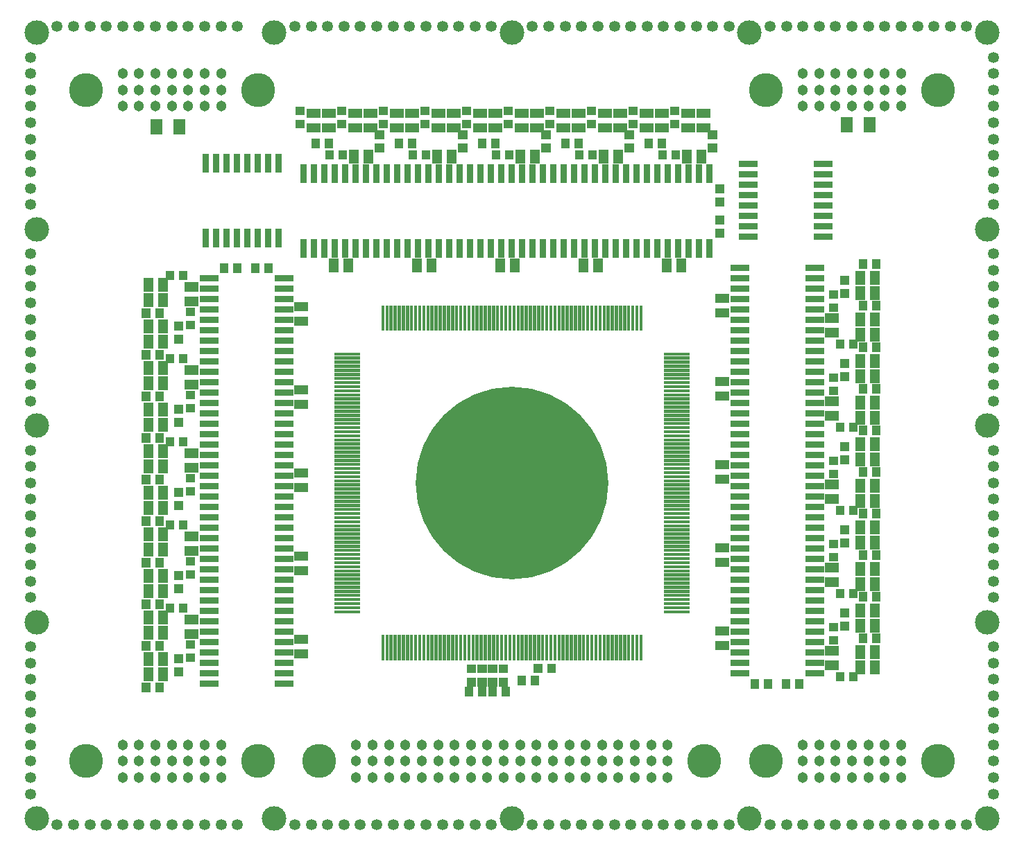
<source format=gbr>
G04 start of page 10 for group -4063 idx -4063 *
G04 Title: HETEPTANA, componentmask *
G04 Creator: pcb 1.99z *
G04 CreationDate: Mo 30 Mär 2015 16:46:13 GMT UTC *
G04 For: stephan *
G04 Format: Gerber/RS-274X *
G04 PCB-Dimensions (mil): 5511.81 4724.41 *
G04 PCB-Coordinate-Origin: lower left *
%MOIN*%
%FSLAX25Y25*%
%LNTOPMASK*%
%ADD147R,0.0560X0.0560*%
%ADD146R,0.0150X0.0150*%
%ADD145R,0.0400X0.0400*%
%ADD144R,0.0460X0.0460*%
%ADD143R,0.0410X0.0410*%
%ADD142R,0.0300X0.0300*%
%ADD141C,0.9260*%
%ADD140C,0.1181*%
%ADD139C,0.0531*%
%ADD138C,0.1635*%
%ADD137C,0.0513*%
G54D137*X263780Y66929D03*
X271654D03*
X279528D03*
X287402D03*
X295276D03*
X303150D03*
X311024D03*
X318898D03*
X326772D03*
X334646D03*
X342520D03*
X350394D03*
X255906D03*
Y74803D03*
X240157D03*
X248031D03*
X263780D03*
X271654D03*
X279528D03*
X287402D03*
X295276D03*
X303150D03*
X311024D03*
X318898D03*
X326772D03*
X334646D03*
X342520D03*
X350394D03*
X263780Y82677D03*
X271654D03*
X279528D03*
X287402D03*
X295276D03*
X303150D03*
X311024D03*
X318898D03*
X326772D03*
X334646D03*
X342520D03*
X350394D03*
G54D138*X368110Y74803D03*
X397638D03*
G54D137*X415354Y82677D03*
Y74803D03*
Y66929D03*
G54D138*X480315Y74803D03*
G54D137*X462598Y82677D03*
X454724D03*
X462598Y74803D03*
Y66929D03*
X438976Y82677D03*
X431102D03*
X423228D03*
X438976Y74803D03*
X431102D03*
X423228D03*
X446850Y82677D03*
X454724Y74803D03*
X446850D03*
X454724Y66929D03*
X446850D03*
X438976D03*
X431102D03*
X423228D03*
G54D138*X480315Y397638D03*
G54D137*X462598Y389764D03*
Y397638D03*
G54D138*X397638D03*
G54D137*X462598Y405512D03*
X454724D03*
X415354Y389764D03*
X423228D03*
X431102D03*
X415354Y397638D03*
X423228D03*
X431102D03*
X438976Y389764D03*
X446850D03*
X454724D03*
X438976Y397638D03*
X446850D03*
X454724D03*
X423228Y405512D03*
X431102D03*
X438976D03*
X446850D03*
X415354D03*
G54D139*X242126Y428150D03*
X250000D03*
X257874D03*
X265748D03*
G54D140*X275591Y425197D03*
G54D139*X285433Y428150D03*
X293307D03*
X301181D03*
X309055D03*
X316929D03*
X324803D03*
X332677D03*
X340551D03*
X348425D03*
X356299D03*
X364173D03*
X372047D03*
X379921D03*
X399606D03*
X407480D03*
X415354D03*
G54D140*X389764Y425197D03*
G54D139*X423228Y428150D03*
X431102D03*
X438976D03*
X446850D03*
X454724D03*
X462598D03*
X470472D03*
X478346D03*
X486220D03*
X494094D03*
G54D137*X224409Y66929D03*
X232283D03*
X240157D03*
X248031D03*
X200787D03*
X208661D03*
X216535D03*
X208661Y74803D03*
Y82677D03*
X216535Y74803D03*
X224409D03*
X232283D03*
G54D138*X183071D03*
G54D137*X200787D03*
Y82677D03*
X216535D03*
X224409D03*
X232283D03*
X240157D03*
X248031D03*
X255906D03*
G54D139*X187008Y44291D03*
X194882D03*
X202756D03*
X210630D03*
X218504D03*
X226378D03*
X234252D03*
X242126D03*
X250000D03*
X257874D03*
X265748D03*
X285433D03*
G54D140*X275591Y47244D03*
G54D139*X293307Y44291D03*
X301181D03*
X309055D03*
X316929D03*
X324803D03*
X332677D03*
X340551D03*
X348425D03*
X356299D03*
X364173D03*
X372047D03*
X379921D03*
X399606D03*
X407480D03*
X415354D03*
X423228D03*
X431102D03*
G54D140*X389764Y47244D03*
G54D139*X438976Y44291D03*
X446850D03*
X454724D03*
X462598D03*
X470472D03*
X478346D03*
X486220D03*
X494094D03*
G54D140*X503937Y47244D03*
G54D139*X506890Y59055D03*
Y66929D03*
Y74803D03*
Y82677D03*
Y90551D03*
Y98425D03*
Y106299D03*
Y114173D03*
Y122047D03*
Y129921D03*
Y153543D03*
Y161417D03*
Y169291D03*
Y177165D03*
Y185039D03*
Y192913D03*
G54D140*X503937Y141732D03*
G54D139*X506890Y200787D03*
Y208661D03*
Y216535D03*
Y224409D03*
Y248031D03*
Y255906D03*
Y263780D03*
Y271654D03*
G54D140*X503937Y236220D03*
Y330709D03*
G54D139*X506890Y279528D03*
Y287402D03*
Y295276D03*
Y303150D03*
Y311024D03*
Y318898D03*
Y342520D03*
Y350394D03*
Y358268D03*
Y366142D03*
Y374016D03*
Y381890D03*
Y389764D03*
Y397638D03*
Y405512D03*
Y413386D03*
G54D140*X503937Y425197D03*
G54D138*X70866Y397638D03*
G54D137*X88583Y405512D03*
Y397638D03*
Y389764D03*
X96457D03*
X112205Y405512D03*
X104331D03*
X96457D03*
X112205Y397638D03*
X104331D03*
X96457D03*
G54D139*X57087Y428150D03*
X64961D03*
X72835D03*
X80709D03*
G54D138*X153543Y397638D03*
G54D137*X135827Y405512D03*
X127953D03*
X120079D03*
X135827Y397638D03*
X127953D03*
X120079D03*
X127953Y389764D03*
X120079D03*
X112205D03*
X104331D03*
X135827D03*
G54D139*X88583Y428150D03*
X96457D03*
X104331D03*
X112205D03*
X120079D03*
X127953D03*
X135827D03*
X143701D03*
X171260D03*
X179134D03*
X187008D03*
X194882D03*
X202756D03*
X210630D03*
X218504D03*
X226378D03*
X234252D03*
G54D140*X161417Y425197D03*
G54D138*X153543Y74803D03*
G54D137*X135827Y66929D03*
Y74803D03*
Y82677D03*
X127953D03*
X112205Y66929D03*
X120079D03*
X127953D03*
X112205Y74803D03*
X120079D03*
X127953D03*
G54D138*X70866D03*
G54D137*X88583Y66929D03*
X96457D03*
X104331D03*
X88583Y74803D03*
X96457D03*
X104331D03*
X96457Y82677D03*
X104331D03*
X112205D03*
X120079D03*
X88583D03*
G54D139*X57087Y44291D03*
X64961D03*
X72835D03*
X80709D03*
X88583D03*
X96457D03*
G54D140*X47244Y47244D03*
G54D139*X104331Y44291D03*
X112205D03*
X120079D03*
X127953D03*
X135827D03*
X143701D03*
X171260D03*
X179134D03*
G54D140*X161417Y47244D03*
G54D139*X44291Y59055D03*
Y66929D03*
Y74803D03*
Y82677D03*
Y90551D03*
Y98425D03*
Y106299D03*
Y114173D03*
Y122047D03*
Y129921D03*
Y153543D03*
Y161417D03*
Y169291D03*
G54D140*X47244Y141732D03*
G54D139*X44291Y177165D03*
Y185039D03*
Y192913D03*
Y200787D03*
Y208661D03*
Y216535D03*
Y224409D03*
G54D140*X47244Y236220D03*
Y330709D03*
Y425197D03*
G54D139*X44291Y248031D03*
Y255906D03*
Y263780D03*
Y271654D03*
Y279528D03*
Y287402D03*
Y295276D03*
Y303150D03*
Y311024D03*
Y318898D03*
Y342520D03*
Y350394D03*
Y358268D03*
Y366142D03*
Y374016D03*
Y381890D03*
Y389764D03*
Y397638D03*
Y405512D03*
Y413386D03*
G54D141*X275591Y208661D03*
G54D142*X127000Y286941D02*X133000D01*
X127000Y281941D02*X133000D01*
X127000Y276941D02*X133000D01*
X127000Y306941D02*X133000D01*
X127000Y301941D02*X133000D01*
X127000Y296941D02*X133000D01*
X127000Y291941D02*X133000D01*
G54D143*X137300Y312141D02*Y311741D01*
G54D142*X127000Y241941D02*X133000D01*
X127000Y246941D02*X133000D01*
X127000Y251941D02*X133000D01*
X127000Y256941D02*X133000D01*
X127000Y271941D02*X133000D01*
X127000Y266941D02*X133000D01*
X127000Y261941D02*X133000D01*
X163000Y306941D02*X169000D01*
X163000Y291941D02*X169000D01*
X163000Y296941D02*X169000D01*
X163000Y301941D02*X169000D01*
G54D143*X158700Y312141D02*Y311741D01*
X152300Y312141D02*Y311741D01*
X143700Y312141D02*Y311741D01*
G54D142*X127000Y236941D02*X133000D01*
X127000Y231941D02*X133000D01*
X127000Y226941D02*X133000D01*
X127000Y221941D02*X133000D01*
X127000Y216941D02*X133000D01*
G54D143*X111300Y228641D02*Y228241D01*
X117700Y228641D02*Y228241D01*
G54D144*X120750Y222941D02*X122750D01*
X120750Y215941D02*X122750D01*
G54D142*X163000Y231941D02*X169000D01*
X163000Y236941D02*X169000D01*
X163000Y226941D02*X169000D01*
X163000Y211941D02*X169000D01*
X163000Y216941D02*X169000D01*
X163000Y221941D02*X169000D01*
X127000Y206941D02*X133000D01*
X127000Y201941D02*X133000D01*
X127000Y211941D02*X133000D01*
G54D145*X120800Y204491D02*X121200D01*
G54D143*X115300Y204141D02*X115700D01*
G54D145*X120800Y210891D02*X121200D01*
G54D143*X115300Y197741D02*X115700D01*
X106200Y190391D02*Y189991D01*
X111300Y188641D02*Y188241D01*
X117700Y188641D02*Y188241D01*
G54D144*X108000Y197691D02*Y195691D01*
X101000Y117691D02*Y115691D01*
X108000Y124941D02*Y122941D01*
X101000Y124941D02*Y122941D01*
X108000Y157691D02*Y155691D01*
X101000Y157691D02*Y155691D01*
X108000Y164941D02*Y162941D01*
X101000Y164941D02*Y162941D01*
G54D143*X99800Y210391D02*Y209991D01*
G54D144*X108000Y177691D02*Y175691D01*
X101000Y177691D02*Y175691D01*
X108000Y184941D02*Y182941D01*
X101000Y184941D02*Y182941D01*
G54D143*X99800Y190391D02*Y189991D01*
G54D144*X101000Y197691D02*Y195691D01*
X108000Y204941D02*Y202941D01*
X101000Y204941D02*Y202941D01*
G54D143*X99800Y230391D02*Y229991D01*
X106200Y230391D02*Y229991D01*
Y250391D02*Y249991D01*
G54D145*X120800Y244491D02*X121200D01*
G54D143*X115300Y244141D02*X115700D01*
X115300Y237741D02*X115700D01*
G54D144*X120750Y182941D02*X122750D01*
X120750Y175941D02*X122750D01*
G54D143*X99800Y250391D02*Y249991D01*
G54D145*X120800Y250891D02*X121200D01*
G54D144*X120750Y262941D02*X122750D01*
X120750Y255941D02*X122750D01*
G54D143*X111300Y268641D02*Y268241D01*
X117700Y268641D02*Y268241D01*
X99800Y270391D02*Y269991D01*
X106200Y270391D02*Y269991D01*
G54D144*X120750Y302941D02*X122750D01*
X120750Y295941D02*X122750D01*
G54D143*X111300Y308641D02*Y308241D01*
X117700Y308641D02*Y308241D01*
X115300Y284141D02*X115700D01*
X115300Y277741D02*X115700D01*
X99800Y290391D02*Y289991D01*
X106200Y290391D02*Y289991D01*
G54D145*X120800Y284491D02*X121200D01*
X120800Y290891D02*X121200D01*
G54D143*X106200Y210391D02*Y209991D01*
G54D144*X108000Y217691D02*Y215691D01*
X101000Y217691D02*Y215691D01*
X108000Y224941D02*Y222941D01*
X101000Y224941D02*Y222941D01*
X108000Y257691D02*Y255691D01*
Y237691D02*Y235691D01*
Y244941D02*Y242941D01*
X101000Y257691D02*Y255691D01*
Y237691D02*Y235691D01*
Y244941D02*Y242941D01*
X108000Y264941D02*Y262941D01*
Y277691D02*Y275691D01*
X101000Y264941D02*Y262941D01*
Y297691D02*Y295691D01*
Y304941D02*Y302941D01*
Y277691D02*Y275691D01*
Y284941D02*Y282941D01*
X108000Y297691D02*Y295691D01*
Y304941D02*Y302941D01*
Y284941D02*Y282941D01*
G54D142*X127000Y156941D02*X133000D01*
X127000Y151941D02*X133000D01*
X127000Y161941D02*X133000D01*
X127000Y166941D02*X133000D01*
X127000Y121941D02*X133000D01*
X127000Y116941D02*X133000D01*
X127000Y111941D02*X133000D01*
X127000Y146941D02*X133000D01*
X127000Y141941D02*X133000D01*
X127000Y136941D02*X133000D01*
X127000Y131941D02*X133000D01*
X127000Y126941D02*X133000D01*
X163000Y161941D02*X169000D01*
X163000Y166941D02*X169000D01*
X163000Y146941D02*X169000D01*
X163000Y131941D02*X169000D01*
X163000Y136941D02*X169000D01*
X163000Y141941D02*X169000D01*
X163000Y151941D02*X169000D01*
X163000Y156941D02*X169000D01*
X163000Y201941D02*X169000D01*
X163000Y206941D02*X169000D01*
X163000Y186941D02*X169000D01*
X163000Y171941D02*X169000D01*
X163000Y176941D02*X169000D01*
X163000Y181941D02*X169000D01*
X163000Y191941D02*X169000D01*
X163000Y196941D02*X169000D01*
G54D144*X173250Y206441D02*X175250D01*
G54D146*X190945Y197834D02*X201741D01*
X190945Y195866D02*X201741D01*
X190945Y193897D02*X201741D01*
X190945Y191929D02*X201741D01*
X190945Y189960D02*X201741D01*
X190945Y187992D02*X201741D01*
X190945Y186023D02*X201741D01*
X190945Y184055D02*X201741D01*
X190945Y182086D02*X201741D01*
X190945Y180118D02*X201741D01*
X190945Y178149D02*X201741D01*
X190945Y176181D02*X201741D01*
X190945Y174212D02*X201741D01*
X190945Y172244D02*X201741D01*
X190945Y170275D02*X201741D01*
X190945Y168307D02*X201741D01*
X190945Y166339D02*X201741D01*
X190945Y164370D02*X201741D01*
X190945Y162402D02*X201741D01*
X190945Y211614D02*X201741D01*
X190945Y209645D02*X201741D01*
X190945Y199803D02*X201741D01*
X190945Y207677D02*X201741D01*
X190945Y205708D02*X201741D01*
X190945Y203740D02*X201741D01*
X190945Y201771D02*X201741D01*
G54D142*X163000Y111941D02*X169000D01*
X163000Y116941D02*X169000D01*
X163000Y121941D02*X169000D01*
X163000Y126941D02*X169000D01*
G54D146*X213583Y134811D02*Y124016D01*
X215552Y134811D02*Y124016D01*
X217520Y134811D02*Y124016D01*
X190945Y160433D02*X201741D01*
X190945Y158465D02*X201741D01*
X190945Y156496D02*X201741D01*
X190945Y154528D02*X201741D01*
X190945Y152559D02*X201741D01*
X190945Y150591D02*X201741D01*
X190945Y148622D02*X201741D01*
X190945Y146654D02*X201741D01*
X219489Y134811D02*Y124016D01*
X221457Y134811D02*Y124016D01*
X223426Y134811D02*Y124016D01*
X225394Y134811D02*Y124016D01*
X227363Y134811D02*Y124016D01*
X229331Y134811D02*Y124016D01*
X231300Y134811D02*Y124016D01*
X233268Y134811D02*Y124016D01*
X235237Y134811D02*Y124016D01*
X237205Y134811D02*Y124016D01*
X239174Y134811D02*Y124016D01*
X241142Y134811D02*Y124016D01*
X243111Y134811D02*Y124016D01*
X245079Y134811D02*Y124016D01*
X247048Y134811D02*Y124016D01*
X249016Y134811D02*Y124016D01*
G54D142*X127000Y196941D02*X133000D01*
X127000Y191941D02*X133000D01*
X127000Y176941D02*X133000D01*
X127000Y171941D02*X133000D01*
X127000Y186941D02*X133000D01*
X127000Y181941D02*X133000D01*
G54D143*X115300Y164141D02*X115700D01*
X115300Y157741D02*X115700D01*
G54D145*X120800Y164491D02*X121200D01*
X120800Y170891D02*X121200D01*
G54D143*X106200Y150391D02*Y149991D01*
X111300Y148641D02*Y148241D01*
X99800Y150391D02*Y149991D01*
Y170391D02*Y169991D01*
X106200Y170391D02*Y169991D01*
X117700Y148641D02*Y148241D01*
G54D144*X108000Y137691D02*Y135691D01*
X101000Y137691D02*Y135691D01*
X108000Y144941D02*Y142941D01*
X101000Y144941D02*Y142941D01*
G54D143*X106200Y130391D02*Y129991D01*
X99800Y130391D02*Y129991D01*
G54D145*X120800Y124491D02*X121200D01*
G54D143*X115300Y124141D02*X115700D01*
X115300Y117741D02*X115700D01*
X99800Y110391D02*Y109991D01*
X106200Y110391D02*Y109991D01*
G54D144*X108000Y117691D02*Y115691D01*
X120750Y142941D02*X122750D01*
G54D145*X120800Y130891D02*X121200D01*
G54D144*X120750Y135941D02*X122750D01*
G54D146*X190945Y270669D02*X201741D01*
G54D144*X197000Y314191D02*Y312191D01*
G54D146*X190945Y268700D02*X201741D01*
X190945Y266732D02*X201741D01*
X190945Y264763D02*X201741D01*
X190945Y262795D02*X201741D01*
X190945Y260826D02*X201741D01*
G54D144*X190000Y314191D02*Y312191D01*
X199250Y379441D02*X201250D01*
X206500D02*X208500D01*
X179250D02*X181250D01*
X186500D02*X188500D01*
X199250Y386441D02*X201250D01*
X206500D02*X208500D01*
X179250D02*X181250D01*
X186500D02*X188500D01*
X206500Y366691D02*Y364691D01*
X199500Y366691D02*Y364691D01*
X219250Y379441D02*X221250D01*
X219250Y386441D02*X221250D01*
G54D146*X239174Y293307D02*Y282511D01*
X231300Y293307D02*Y282511D01*
X229331Y293307D02*Y282511D01*
X227363Y293307D02*Y282511D01*
X225394Y293307D02*Y282511D01*
X223426Y293307D02*Y282511D01*
X221457Y293307D02*Y282511D01*
X219489Y293307D02*Y282511D01*
X217520Y293307D02*Y282511D01*
X215552Y293307D02*Y282511D01*
X213583Y293307D02*Y282511D01*
X237205Y293307D02*Y282511D01*
X235237Y293307D02*Y282511D01*
X233268Y293307D02*Y282511D01*
G54D144*X237000Y314191D02*Y312191D01*
X230000Y314191D02*Y312191D01*
G54D142*X163000Y266941D02*X169000D01*
X163000Y251941D02*X169000D01*
X163000Y256941D02*X169000D01*
X163000Y261941D02*X169000D01*
X163000Y241941D02*X169000D01*
X163000Y246941D02*X169000D01*
G54D146*X190945Y258858D02*X201741D01*
X190945Y256889D02*X201741D01*
X190945Y254921D02*X201741D01*
X190945Y252952D02*X201741D01*
X190945Y250984D02*X201741D01*
X190945Y249015D02*X201741D01*
X190945Y247047D02*X201741D01*
X190945Y245078D02*X201741D01*
X190945Y243110D02*X201741D01*
X190945Y241141D02*X201741D01*
X190945Y239173D02*X201741D01*
X190945Y237204D02*X201741D01*
X190945Y235236D02*X201741D01*
X190945Y233267D02*X201741D01*
X190945Y231299D02*X201741D01*
X190945Y229330D02*X201741D01*
X190945Y227362D02*X201741D01*
X190945Y225393D02*X201741D01*
X190945Y223425D02*X201741D01*
X190945Y221456D02*X201741D01*
X190945Y219488D02*X201741D01*
X190945Y217519D02*X201741D01*
X190945Y215551D02*X201741D01*
X190945Y213582D02*X201741D01*
G54D144*X173250Y213441D02*X175250D01*
X173250Y253441D02*X175250D01*
X173250Y246441D02*X175250D01*
G54D142*X163000Y281941D02*X169000D01*
X163000Y286941D02*X169000D01*
X163000Y271941D02*X169000D01*
X163000Y276941D02*X169000D01*
G54D144*X173250Y293441D02*X175250D01*
X173250Y286441D02*X175250D01*
X277000Y314191D02*Y312191D01*
X270000Y314191D02*Y312191D01*
X317000Y314191D02*Y312191D01*
X310000Y314191D02*Y312191D01*
X326500Y366691D02*Y364691D01*
X319500Y366691D02*Y364691D01*
X239250Y379441D02*X241250D01*
X239250Y386441D02*X241250D01*
X246500Y379441D02*X248500D01*
X246500Y386441D02*X248500D01*
X286500Y379441D02*X288500D01*
X299250D02*X301250D01*
X306500D02*X308500D01*
X286500Y386441D02*X288500D01*
X299250D02*X301250D01*
X306500D02*X308500D01*
X279250Y379441D02*X281250D01*
X279250Y386441D02*X281250D01*
X259250Y379441D02*X261250D01*
X259250Y386441D02*X261250D01*
X266500Y379441D02*X268500D01*
X266500Y386441D02*X268500D01*
X319250Y379441D02*X321250D01*
X326500D02*X328500D01*
X339250D02*X341250D01*
X319250Y386441D02*X321250D01*
X326500D02*X328500D01*
X339250D02*X341250D01*
X226500Y379441D02*X228500D01*
X226500Y386441D02*X228500D01*
X246500Y366691D02*Y364691D01*
X239500Y366691D02*Y364691D01*
X286500Y366691D02*Y364691D01*
X279500Y366691D02*Y364691D01*
G54D142*X260500Y360441D02*Y354441D01*
X255500Y360441D02*Y354441D01*
X265500Y360441D02*Y354441D01*
X250500Y360441D02*Y354441D01*
X245500Y360441D02*Y354441D01*
X240500Y360441D02*Y354441D01*
X265500Y324441D02*Y318441D01*
X250500Y324441D02*Y318441D01*
X235500Y324441D02*Y318441D01*
X240500Y324441D02*Y318441D01*
X245500Y324441D02*Y318441D01*
X255500Y324441D02*Y318441D01*
X260500Y324441D02*Y318441D01*
G54D145*X228050Y366641D02*Y366241D01*
X234450Y366641D02*Y366241D01*
G54D143*X227700Y372141D02*Y371741D01*
X221300Y372141D02*Y371741D01*
X233550Y381241D02*X233950D01*
X251800Y369741D02*X252200D01*
G54D142*X220500Y360441D02*Y354441D01*
X215500Y360441D02*Y354441D01*
X195500Y360441D02*Y354441D01*
X190500Y360441D02*Y354441D01*
X235500Y360441D02*Y354441D01*
X230500Y360441D02*Y354441D01*
X225500Y360441D02*Y354441D01*
X210500Y360441D02*Y354441D01*
X205500Y360441D02*Y354441D01*
X200500Y360441D02*Y354441D01*
X225500Y324441D02*Y318441D01*
X230500Y324441D02*Y318441D01*
X210500Y324441D02*Y318441D01*
X195500Y324441D02*Y318441D01*
X200500Y324441D02*Y318441D01*
X205500Y324441D02*Y318441D01*
X215500Y324441D02*Y318441D01*
X220500Y324441D02*Y318441D01*
X175500Y324441D02*Y318441D01*
X180500Y324441D02*Y318441D01*
X185500Y324441D02*Y318441D01*
X190500Y324441D02*Y318441D01*
G54D143*X233550Y387641D02*X233950D01*
X251800Y376141D02*X252200D01*
X213550Y381241D02*X213950D01*
X211800Y376141D02*X212200D01*
X211800Y369741D02*X212200D01*
X193550Y381241D02*X193950D01*
G54D145*X188050Y366641D02*Y366241D01*
X194450Y366641D02*Y366241D01*
G54D143*X213550Y387641D02*X213950D01*
X193550D02*X193950D01*
X173550D02*X173950D01*
X173550Y381241D02*X173950D01*
X187700Y372141D02*Y371741D01*
X181300Y372141D02*Y371741D01*
G54D142*X180500Y360441D02*Y354441D01*
X175500Y360441D02*Y354441D01*
X185500Y360441D02*Y354441D01*
X163500Y365441D02*Y359441D01*
X158500Y365441D02*Y359441D01*
X153500Y365441D02*Y359441D01*
X148500Y365441D02*Y359441D01*
X143500Y365441D02*Y359441D01*
G54D147*X104736Y380921D02*Y378921D01*
X115736Y380921D02*Y378921D01*
G54D142*X138500Y365441D02*Y359441D01*
Y329441D02*Y323441D01*
X133500Y365441D02*Y359441D01*
X128500Y365441D02*Y359441D01*
X143500Y329441D02*Y323441D01*
X148500Y329441D02*Y323441D01*
X153500Y329441D02*Y323441D01*
X158500Y329441D02*Y323441D01*
X163500Y329441D02*Y323441D01*
X128500Y329441D02*Y323441D01*
X133500Y329441D02*Y323441D01*
X300500Y360441D02*Y354441D01*
X295500Y360441D02*Y354441D01*
X320500Y360441D02*Y354441D01*
X335500Y360441D02*Y354441D01*
X330500Y360441D02*Y354441D01*
X325500Y360441D02*Y354441D01*
X315500Y360441D02*Y354441D01*
X310500Y360441D02*Y354441D01*
X305500Y360441D02*Y354441D01*
X290500Y324441D02*Y318441D01*
X275500Y324441D02*Y318441D01*
X280500Y324441D02*Y318441D01*
X285500Y324441D02*Y318441D01*
X270500Y324441D02*Y318441D01*
X295500Y324441D02*Y318441D01*
X300500Y324441D02*Y318441D01*
X305500Y324441D02*Y318441D01*
X310500Y324441D02*Y318441D01*
X335500Y324441D02*Y318441D01*
X315500Y324441D02*Y318441D01*
X320500Y324441D02*Y318441D01*
X325500Y324441D02*Y318441D01*
X330500Y324441D02*Y318441D01*
X370500Y324441D02*Y318441D01*
X355500Y324441D02*Y318441D01*
X360500Y324441D02*Y318441D01*
X365500Y324441D02*Y318441D01*
G54D143*X375300Y335141D02*X375700D01*
X375300Y328741D02*X375700D01*
G54D142*X360500Y360441D02*Y354441D01*
X355500Y360441D02*Y354441D01*
X350500Y360441D02*Y354441D01*
X345500Y360441D02*Y354441D01*
X340500Y360441D02*Y354441D01*
X370500Y360441D02*Y354441D01*
X365500Y360441D02*Y354441D01*
G54D143*X375300Y343741D02*X375700D01*
X375300Y350141D02*X375700D01*
G54D142*X345500Y324441D02*Y318441D01*
X350500Y324441D02*Y318441D01*
G54D146*X349441Y258858D02*X360236D01*
X349441Y260826D02*X360236D01*
X349441Y262795D02*X360236D01*
X349441Y264763D02*X360236D01*
X349441Y266732D02*X360236D01*
X349441Y268700D02*X360236D01*
X349441Y270669D02*X360236D01*
G54D142*X275500Y360441D02*Y354441D01*
X270500Y360441D02*Y354441D01*
G54D145*X274450Y366641D02*Y366241D01*
X268050Y366641D02*Y366241D01*
G54D142*X290500Y360441D02*Y354441D01*
X285500Y360441D02*Y354441D01*
X280500Y360441D02*Y354441D01*
G54D143*X291800Y376141D02*X292200D01*
X291800Y369741D02*X292200D01*
X267700Y372141D02*Y371741D01*
X261300Y372141D02*Y371741D01*
X253550Y381241D02*X253950D01*
X253550Y387641D02*X253950D01*
X293550D02*X293950D01*
X293550Y381241D02*X293950D01*
X273550Y387641D02*X273950D01*
X273550Y381241D02*X273950D01*
G54D145*X308050Y366641D02*Y366241D01*
X314450Y366641D02*Y366241D01*
G54D143*X301300Y372141D02*Y371741D01*
X307700Y372141D02*Y371741D01*
X313550Y387641D02*X313950D01*
X313550Y381241D02*X313950D01*
X331800Y376141D02*X332200D01*
X331800Y369741D02*X332200D01*
X333550Y387641D02*X333950D01*
X333550Y381241D02*X333950D01*
G54D145*X348050Y366641D02*Y366241D01*
G54D143*X347700Y372141D02*Y371741D01*
X341300Y372141D02*Y371741D01*
G54D145*X354450Y366641D02*Y366241D01*
G54D143*X353550Y387641D02*X353950D01*
X353550Y381241D02*X353950D01*
X371800Y376141D02*X372200D01*
X371800Y369741D02*X372200D01*
G54D142*X340500Y324441D02*Y318441D01*
G54D146*X337598Y293307D02*Y282511D01*
X335630Y293307D02*Y282511D01*
X333661Y293307D02*Y282511D01*
X331693Y293307D02*Y282511D01*
X329724Y293307D02*Y282511D01*
X327756Y293307D02*Y282511D01*
X325787Y293307D02*Y282511D01*
X323819Y293307D02*Y282511D01*
X321850Y293307D02*Y282511D01*
X319882Y293307D02*Y282511D01*
X317913Y293307D02*Y282511D01*
X315945Y293307D02*Y282511D01*
X313977Y293307D02*Y282511D01*
X312008Y293307D02*Y282511D01*
X310040Y293307D02*Y282511D01*
X308071Y293307D02*Y282511D01*
X306103Y293307D02*Y282511D01*
X304134Y293307D02*Y282511D01*
X302166Y293307D02*Y282511D01*
X300197Y293307D02*Y282511D01*
X298229Y293307D02*Y282511D01*
X296260Y293307D02*Y282511D01*
X294292Y293307D02*Y282511D01*
X292323Y293307D02*Y282511D01*
X290355Y293307D02*Y282511D01*
X288386Y293307D02*Y282511D01*
X286418Y293307D02*Y282511D01*
X284449Y293307D02*Y282511D01*
X282481Y293307D02*Y282511D01*
X280512Y293307D02*Y282511D01*
X278544Y293307D02*Y282511D01*
X276575Y293307D02*Y282511D01*
X274607Y293307D02*Y282511D01*
X272638Y293307D02*Y282511D01*
X270670Y293307D02*Y282511D01*
X268701Y293307D02*Y282511D01*
X266733Y293307D02*Y282511D01*
X264764Y293307D02*Y282511D01*
X262796Y293307D02*Y282511D01*
X260827Y293307D02*Y282511D01*
X258859Y293307D02*Y282511D01*
X256890Y293307D02*Y282511D01*
X254922Y293307D02*Y282511D01*
X252953Y293307D02*Y282511D01*
X250985Y293307D02*Y282511D01*
X249016Y293307D02*Y282511D01*
X247048Y293307D02*Y282511D01*
X245079Y293307D02*Y282511D01*
X243111Y293307D02*Y282511D01*
X241142Y293307D02*Y282511D01*
G54D142*X418000Y226941D02*X424000D01*
X418000Y231941D02*X424000D01*
X418000Y221941D02*X424000D01*
X418000Y236941D02*X424000D01*
X418000Y241941D02*X424000D01*
X418000Y246941D02*X424000D01*
X382000Y221941D02*X388000D01*
X382000Y236941D02*X388000D01*
X382000Y251941D02*X388000D01*
X382000Y246941D02*X388000D01*
X382000Y241941D02*X388000D01*
X382000Y231941D02*X388000D01*
X382000Y226941D02*X388000D01*
G54D145*X429800Y259391D02*X430200D01*
X429800Y252991D02*X430200D01*
G54D143*X435300Y259741D02*X435700D01*
X435300Y266141D02*X435700D01*
X444300Y254141D02*Y253741D01*
X433300Y235641D02*Y235241D01*
G54D142*X418000Y266941D02*X424000D01*
X418000Y271941D02*X424000D01*
X418000Y291941D02*X424000D01*
X418000Y296941D02*X424000D01*
X418000Y251941D02*X424000D01*
X418000Y256941D02*X424000D01*
X418000Y261941D02*X424000D01*
X418000Y276941D02*X424000D01*
X418000Y281941D02*X424000D01*
X418000Y286941D02*X424000D01*
X382000Y261941D02*X388000D01*
X382000Y256941D02*X388000D01*
X382000Y276941D02*X388000D01*
X382000Y291941D02*X388000D01*
X382000Y286941D02*X388000D01*
X382000Y281941D02*X388000D01*
X382000Y271941D02*X388000D01*
X382000Y266941D02*X388000D01*
X382000Y311941D02*X388000D01*
X382000Y306941D02*X388000D01*
X382000Y301941D02*X388000D01*
X382000Y296941D02*X388000D01*
G54D143*X444300Y274141D02*Y273741D01*
X439700Y275641D02*Y275241D01*
X433300Y275641D02*Y275241D01*
X444300Y294141D02*Y293741D01*
G54D145*X429800Y299391D02*X430200D01*
X429800Y292991D02*X430200D01*
G54D143*X450700Y294141D02*Y293741D01*
Y314141D02*Y313741D01*
X444300Y314141D02*Y313741D01*
X435300Y299741D02*X435700D01*
X435300Y306141D02*X435700D01*
G54D142*X418000Y306941D02*X424000D01*
X418000Y311941D02*X424000D01*
X418000Y301941D02*X424000D01*
X422000Y346941D02*X428000D01*
X422000Y351941D02*X428000D01*
X386000D02*X392000D01*
X422000Y356941D02*X428000D01*
X422000Y361941D02*X428000D01*
X386000D02*X392000D01*
X386000Y356941D02*X392000D01*
X386000Y346941D02*X392000D01*
X386000Y341941D02*X392000D01*
X386000Y336941D02*X392000D01*
X386000Y331941D02*X392000D01*
X386000Y326941D02*X392000D01*
X422000D02*X428000D01*
X422000Y331941D02*X428000D01*
X422000Y336941D02*X428000D01*
X422000Y341941D02*X428000D01*
G54D147*X447429Y381906D02*Y379906D01*
X436429Y381906D02*Y379906D01*
G54D143*X450700Y254141D02*Y253741D01*
X439700Y235641D02*Y235241D01*
X450700Y274141D02*Y273741D01*
G54D146*X312008Y134811D02*Y124016D01*
X313977Y134811D02*Y124016D01*
X315945Y134811D02*Y124016D01*
X317913Y134811D02*Y124016D01*
X319882Y134811D02*Y124016D01*
X321850Y134811D02*Y124016D01*
X323819Y134811D02*Y124016D01*
X325787Y134811D02*Y124016D01*
X327756Y134811D02*Y124016D01*
X329724Y134811D02*Y124016D01*
X331693Y134811D02*Y124016D01*
X333661Y134811D02*Y124016D01*
X335630Y134811D02*Y124016D01*
X337598Y134811D02*Y124016D01*
X349441Y162402D02*X360236D01*
X349441Y164370D02*X360236D01*
X349441Y166339D02*X360236D01*
X349441Y168307D02*X360236D01*
X349441Y170275D02*X360236D01*
X349441Y172244D02*X360236D01*
X349441Y174212D02*X360236D01*
G54D144*X173250Y173441D02*X175250D01*
X173250Y166441D02*X175250D01*
G54D143*X272688Y108468D02*Y108068D01*
X286665Y113783D02*Y113383D01*
X294539Y119688D02*Y119288D01*
X288139Y119688D02*Y119288D01*
X280265Y113783D02*Y113383D01*
G54D146*X276575Y134811D02*Y124016D01*
X278544Y134811D02*Y124016D01*
X280512Y134811D02*Y124016D01*
X282481Y134811D02*Y124016D01*
X284449Y134811D02*Y124016D01*
X286418Y134811D02*Y124016D01*
X288386Y134811D02*Y124016D01*
X290355Y134811D02*Y124016D01*
X292323Y134811D02*Y124016D01*
G54D144*X375750Y130441D02*X377750D01*
X375750Y137441D02*X377750D01*
G54D146*X294292Y134811D02*Y124016D01*
X296260Y134811D02*Y124016D01*
X298229Y134811D02*Y124016D01*
X300197Y134811D02*Y124016D01*
X302166Y134811D02*Y124016D01*
X304134Y134811D02*Y124016D01*
X306103Y134811D02*Y124016D01*
X308071Y134811D02*Y124016D01*
X310040Y134811D02*Y124016D01*
G54D143*X271257Y119145D02*X271657D01*
X271257Y112745D02*X271657D01*
X266288Y108468D02*Y108068D01*
X266139Y119145D02*X266539D01*
X266139Y112745D02*X266539D01*
X261020Y119145D02*X261420D01*
X261020Y112745D02*X261420D01*
X261271Y108468D02*Y108068D01*
X254871Y108468D02*Y108068D01*
X255902Y119145D02*X256302D01*
X255902Y112745D02*X256302D01*
G54D146*X250985Y134811D02*Y124016D01*
X252953Y134811D02*Y124016D01*
X254922Y134811D02*Y124016D01*
X256890Y134811D02*Y124016D01*
X258859Y134811D02*Y124016D01*
X260827Y134811D02*Y124016D01*
G54D144*X173250Y133441D02*X175250D01*
X173250Y126441D02*X175250D01*
G54D146*X262796Y134811D02*Y124016D01*
X264764Y134811D02*Y124016D01*
X266733Y134811D02*Y124016D01*
X268701Y134811D02*Y124016D01*
X270670Y134811D02*Y124016D01*
X272638Y134811D02*Y124016D01*
X274607Y134811D02*Y124016D01*
G54D142*X382000Y141941D02*X388000D01*
X382000Y136941D02*X388000D01*
X382000Y171941D02*X388000D01*
X382000Y166941D02*X388000D01*
X382000Y161941D02*X388000D01*
X382000Y151941D02*X388000D01*
X382000Y146941D02*X388000D01*
G54D144*X375750Y170441D02*X377750D01*
X375750Y177441D02*X377750D01*
G54D146*X349441Y146654D02*X360236D01*
X349441Y148622D02*X360236D01*
X349441Y150591D02*X360236D01*
X349441Y152559D02*X360236D01*
X349441Y154528D02*X360236D01*
X349441Y156496D02*X360236D01*
X349441Y158465D02*X360236D01*
X349441Y160433D02*X360236D01*
G54D142*X382000Y156941D02*X388000D01*
X418000Y186941D02*X424000D01*
X418000Y191941D02*X424000D01*
X418000Y176941D02*X424000D01*
X418000Y181941D02*X424000D01*
X382000D02*X388000D01*
X382000Y176941D02*X388000D01*
X382000Y191941D02*X388000D01*
X382000Y186941D02*X388000D01*
X382000Y196941D02*X388000D01*
X382000Y206941D02*X388000D01*
X382000Y201941D02*X388000D01*
X382000Y216941D02*X388000D01*
X382000Y211941D02*X388000D01*
G54D144*X375750Y210441D02*X377750D01*
G54D142*X418000Y211941D02*X424000D01*
X418000Y216941D02*X424000D01*
G54D145*X429800Y212991D02*X430200D01*
X429800Y219391D02*X430200D01*
G54D144*X443000Y228191D02*Y226191D01*
Y220941D02*Y218941D01*
G54D143*X435300Y219741D02*X435700D01*
X435300Y226141D02*X435700D01*
X450700Y194141D02*Y193741D01*
Y214141D02*Y213741D01*
X444300Y214141D02*Y213741D01*
G54D144*X450000Y208191D02*Y206191D01*
X443000Y208191D02*Y206191D01*
G54D143*X444300Y194141D02*Y193741D01*
G54D144*X443000Y200941D02*Y198941D01*
X450000Y200941D02*Y198941D01*
G54D142*X418000Y201941D02*X424000D01*
X418000Y206941D02*X424000D01*
G54D143*X439700Y195641D02*Y195241D01*
X433300Y195641D02*Y195241D01*
G54D142*X418000Y196941D02*X424000D01*
G54D144*X428250Y200941D02*X430250D01*
X428250Y207941D02*X430250D01*
G54D146*X349441Y176181D02*X360236D01*
X349441Y178149D02*X360236D01*
X349441Y180118D02*X360236D01*
X349441Y182086D02*X360236D01*
X349441Y184055D02*X360236D01*
X349441Y186023D02*X360236D01*
X349441Y187992D02*X360236D01*
X349441Y189960D02*X360236D01*
X349441Y191929D02*X360236D01*
X349441Y193897D02*X360236D01*
X349441Y195866D02*X360236D01*
X349441Y197834D02*X360236D01*
X349441Y199803D02*X360236D01*
X349441Y201771D02*X360236D01*
X349441Y203740D02*X360236D01*
X349441Y205708D02*X360236D01*
X349441Y207677D02*X360236D01*
X349441Y209645D02*X360236D01*
X349441Y211614D02*X360236D01*
X349441Y213582D02*X360236D01*
X349441Y215551D02*X360236D01*
X349441Y217519D02*X360236D01*
X349441Y219488D02*X360236D01*
X349441Y221456D02*X360236D01*
X349441Y223425D02*X360236D01*
G54D144*X375750Y217441D02*X377750D01*
G54D146*X349441Y225393D02*X360236D01*
X349441Y227362D02*X360236D01*
X349441Y229330D02*X360236D01*
X349441Y231299D02*X360236D01*
X349441Y233267D02*X360236D01*
X349441Y235236D02*X360236D01*
X349441Y237204D02*X360236D01*
X349441Y239173D02*X360236D01*
X349441Y241141D02*X360236D01*
X349441Y243110D02*X360236D01*
X349441Y245078D02*X360236D01*
X349441Y247047D02*X360236D01*
X349441Y249015D02*X360236D01*
X349441Y250984D02*X360236D01*
X349441Y252952D02*X360236D01*
X349441Y254921D02*X360236D01*
X349441Y256889D02*X360236D01*
G54D144*X375750Y250441D02*X377750D01*
X375750Y257441D02*X377750D01*
X443000Y288191D02*Y286191D01*
X450000Y288191D02*Y286191D01*
X443000Y280941D02*Y278941D01*
X450000Y280941D02*Y278941D01*
X443000Y308191D02*Y306191D01*
Y300941D02*Y298941D01*
Y268191D02*Y266191D01*
Y260941D02*Y258941D01*
Y188191D02*Y186191D01*
X450000Y188191D02*Y186191D01*
Y308191D02*Y306191D01*
Y300941D02*Y298941D01*
Y248191D02*Y246191D01*
Y268191D02*Y266191D01*
Y260941D02*Y258941D01*
X359250Y379441D02*X361250D01*
X359250Y386441D02*X361250D01*
X366500Y379441D02*X368500D01*
X366500Y386441D02*X368500D01*
X346500Y379441D02*X348500D01*
X346500Y386441D02*X348500D01*
X357000Y314191D02*Y312191D01*
X350000Y314191D02*Y312191D01*
X375750Y290441D02*X377750D01*
X375750Y297441D02*X377750D01*
X366500Y366691D02*Y364691D01*
X359500Y366691D02*Y364691D01*
G54D143*X444300Y234141D02*Y233741D01*
G54D144*X450000Y240941D02*Y238941D01*
Y228191D02*Y226191D01*
G54D143*X450700Y234141D02*Y233741D01*
G54D144*X450000Y220941D02*Y218941D01*
X428250Y280941D02*X430250D01*
X428250Y287941D02*X430250D01*
X443000Y248191D02*Y246191D01*
Y240941D02*Y238941D01*
X428250Y240941D02*X430250D01*
X428250Y247941D02*X430250D01*
G54D142*X418000Y136941D02*X424000D01*
X418000Y141941D02*X424000D01*
X418000Y146941D02*X424000D01*
X418000Y126941D02*X424000D01*
X418000Y131941D02*X424000D01*
X418000Y116941D02*X424000D01*
X418000Y121941D02*X424000D01*
X418000Y151941D02*X424000D01*
X418000Y156941D02*X424000D01*
X418000Y161941D02*X424000D01*
X418000Y166941D02*X424000D01*
X418000Y171941D02*X424000D01*
X382000Y116941D02*X388000D01*
X382000Y131941D02*X388000D01*
X382000Y126941D02*X388000D01*
X382000Y121941D02*X388000D01*
G54D143*X398700Y112141D02*Y111741D01*
X392300Y112141D02*Y111741D01*
X407300Y112141D02*Y111741D01*
X413700Y112141D02*Y111741D01*
G54D145*X429800Y179391D02*X430200D01*
X429800Y172991D02*X430200D01*
G54D143*X435300Y186141D02*X435700D01*
X435300Y179741D02*X435700D01*
G54D144*X443000Y180941D02*Y178941D01*
G54D143*X450700Y174141D02*Y173741D01*
X444300Y174141D02*Y173741D01*
G54D144*X443000Y168191D02*Y166191D01*
X450000Y168191D02*Y166191D01*
Y160941D02*Y158941D01*
Y180941D02*Y178941D01*
X443000Y160941D02*Y158941D01*
G54D143*X439700Y155641D02*Y155241D01*
X433300Y155641D02*Y155241D01*
X450700Y154141D02*Y153741D01*
G54D144*X450000Y148191D02*Y146191D01*
G54D143*X444300Y154141D02*Y153741D01*
G54D144*X443000Y148191D02*Y146191D01*
X428250Y160941D02*X430250D01*
X428250Y167941D02*X430250D01*
G54D145*X429800Y139391D02*X430200D01*
G54D143*X435300Y139741D02*X435700D01*
X435300Y146141D02*X435700D01*
G54D145*X429800Y132991D02*X430200D01*
G54D144*X428250Y120941D02*X430250D01*
X428250Y127941D02*X430250D01*
X443000Y128191D02*Y126191D01*
G54D143*X444300Y134141D02*Y133741D01*
G54D144*X443000Y140941D02*Y138941D01*
G54D143*X439700Y115641D02*Y115241D01*
G54D144*X443000Y120941D02*Y118941D01*
G54D143*X433300Y115641D02*Y115241D01*
X450700Y134141D02*Y133741D01*
G54D144*X450000Y140941D02*Y138941D01*
Y128191D02*Y126191D01*
Y120941D02*Y118941D01*
M02*

</source>
